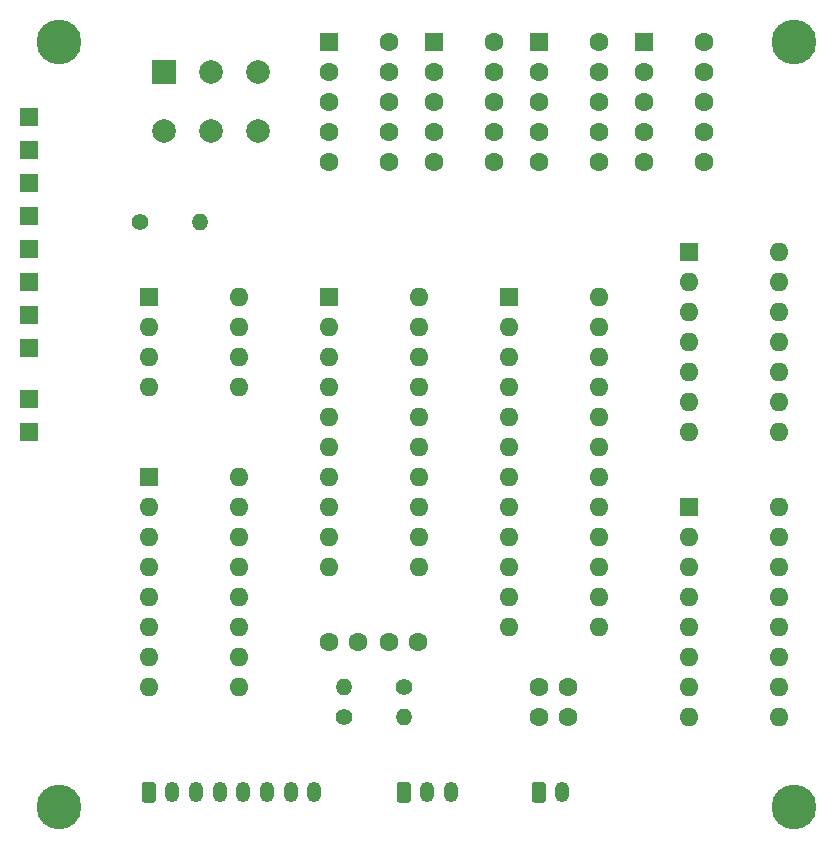
<source format=gbr>
G04 #@! TF.GenerationSoftware,KiCad,Pcbnew,(5.1.2-1)-1*
G04 #@! TF.CreationDate,2019-08-24T15:09:12+10:00*
G04 #@! TF.ProjectId,output-register,6f757470-7574-42d7-9265-676973746572,rev?*
G04 #@! TF.SameCoordinates,Original*
G04 #@! TF.FileFunction,Soldermask,Top*
G04 #@! TF.FilePolarity,Negative*
%FSLAX46Y46*%
G04 Gerber Fmt 4.6, Leading zero omitted, Abs format (unit mm)*
G04 Created by KiCad (PCBNEW (5.1.2-1)-1) date 2019-08-24 15:09:12*
%MOMM*%
%LPD*%
G04 APERTURE LIST*
%ADD10R,1.600000X1.600000*%
%ADD11O,1.600000X1.600000*%
%ADD12C,3.790000*%
%ADD13C,1.600000*%
%ADD14C,0.100000*%
%ADD15C,1.200000*%
%ADD16O,1.200000X1.750000*%
%ADD17C,1.400000*%
%ADD18O,1.400000X1.400000*%
%ADD19R,2.000000X2.000000*%
%ADD20C,2.000000*%
%ADD21R,1.500000X1.500000*%
G04 APERTURE END LIST*
D10*
X167132000Y-84328000D03*
D11*
X174752000Y-99568000D03*
X167132000Y-86868000D03*
X174752000Y-97028000D03*
X167132000Y-89408000D03*
X174752000Y-94488000D03*
X167132000Y-91948000D03*
X174752000Y-91948000D03*
X167132000Y-94488000D03*
X174752000Y-89408000D03*
X167132000Y-97028000D03*
X174752000Y-86868000D03*
X167132000Y-99568000D03*
X174752000Y-84328000D03*
D12*
X176022000Y-131318000D03*
X176022000Y-66548000D03*
X113792000Y-131318000D03*
X113792000Y-66548000D03*
D13*
X139152000Y-117348000D03*
X136652000Y-117348000D03*
X141732000Y-117348000D03*
X144232000Y-117348000D03*
X154432000Y-123698000D03*
X156932000Y-123698000D03*
X156932000Y-121158000D03*
X154432000Y-121158000D03*
D14*
G36*
X121786505Y-129174204D02*
G01*
X121810773Y-129177804D01*
X121834572Y-129183765D01*
X121857671Y-129192030D01*
X121879850Y-129202520D01*
X121900893Y-129215132D01*
X121920599Y-129229747D01*
X121938777Y-129246223D01*
X121955253Y-129264401D01*
X121969868Y-129284107D01*
X121982480Y-129305150D01*
X121992970Y-129327329D01*
X122001235Y-129350428D01*
X122007196Y-129374227D01*
X122010796Y-129398495D01*
X122012000Y-129422999D01*
X122012000Y-130673001D01*
X122010796Y-130697505D01*
X122007196Y-130721773D01*
X122001235Y-130745572D01*
X121992970Y-130768671D01*
X121982480Y-130790850D01*
X121969868Y-130811893D01*
X121955253Y-130831599D01*
X121938777Y-130849777D01*
X121920599Y-130866253D01*
X121900893Y-130880868D01*
X121879850Y-130893480D01*
X121857671Y-130903970D01*
X121834572Y-130912235D01*
X121810773Y-130918196D01*
X121786505Y-130921796D01*
X121762001Y-130923000D01*
X121061999Y-130923000D01*
X121037495Y-130921796D01*
X121013227Y-130918196D01*
X120989428Y-130912235D01*
X120966329Y-130903970D01*
X120944150Y-130893480D01*
X120923107Y-130880868D01*
X120903401Y-130866253D01*
X120885223Y-130849777D01*
X120868747Y-130831599D01*
X120854132Y-130811893D01*
X120841520Y-130790850D01*
X120831030Y-130768671D01*
X120822765Y-130745572D01*
X120816804Y-130721773D01*
X120813204Y-130697505D01*
X120812000Y-130673001D01*
X120812000Y-129422999D01*
X120813204Y-129398495D01*
X120816804Y-129374227D01*
X120822765Y-129350428D01*
X120831030Y-129327329D01*
X120841520Y-129305150D01*
X120854132Y-129284107D01*
X120868747Y-129264401D01*
X120885223Y-129246223D01*
X120903401Y-129229747D01*
X120923107Y-129215132D01*
X120944150Y-129202520D01*
X120966329Y-129192030D01*
X120989428Y-129183765D01*
X121013227Y-129177804D01*
X121037495Y-129174204D01*
X121061999Y-129173000D01*
X121762001Y-129173000D01*
X121786505Y-129174204D01*
X121786505Y-129174204D01*
G37*
D15*
X121412000Y-130048000D03*
D16*
X123412000Y-130048000D03*
X125412000Y-130048000D03*
X127412000Y-130048000D03*
X129412000Y-130048000D03*
X131412000Y-130048000D03*
X133412000Y-130048000D03*
X135412000Y-130048000D03*
D14*
G36*
X154806505Y-129174204D02*
G01*
X154830773Y-129177804D01*
X154854572Y-129183765D01*
X154877671Y-129192030D01*
X154899850Y-129202520D01*
X154920893Y-129215132D01*
X154940599Y-129229747D01*
X154958777Y-129246223D01*
X154975253Y-129264401D01*
X154989868Y-129284107D01*
X155002480Y-129305150D01*
X155012970Y-129327329D01*
X155021235Y-129350428D01*
X155027196Y-129374227D01*
X155030796Y-129398495D01*
X155032000Y-129422999D01*
X155032000Y-130673001D01*
X155030796Y-130697505D01*
X155027196Y-130721773D01*
X155021235Y-130745572D01*
X155012970Y-130768671D01*
X155002480Y-130790850D01*
X154989868Y-130811893D01*
X154975253Y-130831599D01*
X154958777Y-130849777D01*
X154940599Y-130866253D01*
X154920893Y-130880868D01*
X154899850Y-130893480D01*
X154877671Y-130903970D01*
X154854572Y-130912235D01*
X154830773Y-130918196D01*
X154806505Y-130921796D01*
X154782001Y-130923000D01*
X154081999Y-130923000D01*
X154057495Y-130921796D01*
X154033227Y-130918196D01*
X154009428Y-130912235D01*
X153986329Y-130903970D01*
X153964150Y-130893480D01*
X153943107Y-130880868D01*
X153923401Y-130866253D01*
X153905223Y-130849777D01*
X153888747Y-130831599D01*
X153874132Y-130811893D01*
X153861520Y-130790850D01*
X153851030Y-130768671D01*
X153842765Y-130745572D01*
X153836804Y-130721773D01*
X153833204Y-130697505D01*
X153832000Y-130673001D01*
X153832000Y-129422999D01*
X153833204Y-129398495D01*
X153836804Y-129374227D01*
X153842765Y-129350428D01*
X153851030Y-129327329D01*
X153861520Y-129305150D01*
X153874132Y-129284107D01*
X153888747Y-129264401D01*
X153905223Y-129246223D01*
X153923401Y-129229747D01*
X153943107Y-129215132D01*
X153964150Y-129202520D01*
X153986329Y-129192030D01*
X154009428Y-129183765D01*
X154033227Y-129177804D01*
X154057495Y-129174204D01*
X154081999Y-129173000D01*
X154782001Y-129173000D01*
X154806505Y-129174204D01*
X154806505Y-129174204D01*
G37*
D15*
X154432000Y-130048000D03*
D16*
X156432000Y-130048000D03*
D14*
G36*
X143376505Y-129174204D02*
G01*
X143400773Y-129177804D01*
X143424572Y-129183765D01*
X143447671Y-129192030D01*
X143469850Y-129202520D01*
X143490893Y-129215132D01*
X143510599Y-129229747D01*
X143528777Y-129246223D01*
X143545253Y-129264401D01*
X143559868Y-129284107D01*
X143572480Y-129305150D01*
X143582970Y-129327329D01*
X143591235Y-129350428D01*
X143597196Y-129374227D01*
X143600796Y-129398495D01*
X143602000Y-129422999D01*
X143602000Y-130673001D01*
X143600796Y-130697505D01*
X143597196Y-130721773D01*
X143591235Y-130745572D01*
X143582970Y-130768671D01*
X143572480Y-130790850D01*
X143559868Y-130811893D01*
X143545253Y-130831599D01*
X143528777Y-130849777D01*
X143510599Y-130866253D01*
X143490893Y-130880868D01*
X143469850Y-130893480D01*
X143447671Y-130903970D01*
X143424572Y-130912235D01*
X143400773Y-130918196D01*
X143376505Y-130921796D01*
X143352001Y-130923000D01*
X142651999Y-130923000D01*
X142627495Y-130921796D01*
X142603227Y-130918196D01*
X142579428Y-130912235D01*
X142556329Y-130903970D01*
X142534150Y-130893480D01*
X142513107Y-130880868D01*
X142493401Y-130866253D01*
X142475223Y-130849777D01*
X142458747Y-130831599D01*
X142444132Y-130811893D01*
X142431520Y-130790850D01*
X142421030Y-130768671D01*
X142412765Y-130745572D01*
X142406804Y-130721773D01*
X142403204Y-130697505D01*
X142402000Y-130673001D01*
X142402000Y-129422999D01*
X142403204Y-129398495D01*
X142406804Y-129374227D01*
X142412765Y-129350428D01*
X142421030Y-129327329D01*
X142431520Y-129305150D01*
X142444132Y-129284107D01*
X142458747Y-129264401D01*
X142475223Y-129246223D01*
X142493401Y-129229747D01*
X142513107Y-129215132D01*
X142534150Y-129202520D01*
X142556329Y-129192030D01*
X142579428Y-129183765D01*
X142603227Y-129177804D01*
X142627495Y-129174204D01*
X142651999Y-129173000D01*
X143352001Y-129173000D01*
X143376505Y-129174204D01*
X143376505Y-129174204D01*
G37*
D15*
X143002000Y-130048000D03*
D16*
X145002000Y-130048000D03*
X147002000Y-130048000D03*
D17*
X120650000Y-81788000D03*
D18*
X125730000Y-81788000D03*
D17*
X143002000Y-121158000D03*
D18*
X137922000Y-121158000D03*
X143002000Y-123698000D03*
D17*
X137922000Y-123698000D03*
D19*
X122682000Y-69088000D03*
D20*
X126682000Y-69088000D03*
X130682000Y-69088000D03*
X122682000Y-74088000D03*
X126682000Y-74088000D03*
X130682000Y-74088000D03*
D21*
X111252000Y-92456000D03*
X111252000Y-89662000D03*
X111252000Y-86868000D03*
X111252000Y-84074000D03*
X111252000Y-81280000D03*
X111252000Y-78486000D03*
X111252000Y-75692000D03*
X111252000Y-72898000D03*
X111252000Y-96774000D03*
X111252000Y-99568000D03*
D10*
X121412000Y-88138000D03*
D11*
X129032000Y-95758000D03*
X121412000Y-90678000D03*
X129032000Y-93218000D03*
X121412000Y-93218000D03*
X129032000Y-90678000D03*
X121412000Y-95758000D03*
X129032000Y-88138000D03*
D10*
X136652000Y-88138000D03*
D11*
X144272000Y-110998000D03*
X136652000Y-90678000D03*
X144272000Y-108458000D03*
X136652000Y-93218000D03*
X144272000Y-105918000D03*
X136652000Y-95758000D03*
X144272000Y-103378000D03*
X136652000Y-98298000D03*
X144272000Y-100838000D03*
X136652000Y-100838000D03*
X144272000Y-98298000D03*
X136652000Y-103378000D03*
X144272000Y-95758000D03*
X136652000Y-105918000D03*
X144272000Y-93218000D03*
X136652000Y-108458000D03*
X144272000Y-90678000D03*
X136652000Y-110998000D03*
X144272000Y-88138000D03*
X129032000Y-103378000D03*
X121412000Y-121158000D03*
X129032000Y-105918000D03*
X121412000Y-118618000D03*
X129032000Y-108458000D03*
X121412000Y-116078000D03*
X129032000Y-110998000D03*
X121412000Y-113538000D03*
X129032000Y-113538000D03*
X121412000Y-110998000D03*
X129032000Y-116078000D03*
X121412000Y-108458000D03*
X129032000Y-118618000D03*
X121412000Y-105918000D03*
X129032000Y-121158000D03*
D10*
X121412000Y-103378000D03*
X151892000Y-88138000D03*
D11*
X159512000Y-116078000D03*
X151892000Y-90678000D03*
X159512000Y-113538000D03*
X151892000Y-93218000D03*
X159512000Y-110998000D03*
X151892000Y-95758000D03*
X159512000Y-108458000D03*
X151892000Y-98298000D03*
X159512000Y-105918000D03*
X151892000Y-100838000D03*
X159512000Y-103378000D03*
X151892000Y-103378000D03*
X159512000Y-100838000D03*
X151892000Y-105918000D03*
X159512000Y-98298000D03*
X151892000Y-108458000D03*
X159512000Y-95758000D03*
X151892000Y-110998000D03*
X159512000Y-93218000D03*
X151892000Y-113538000D03*
X159512000Y-90678000D03*
X151892000Y-116078000D03*
X159512000Y-88138000D03*
D10*
X167132000Y-105918000D03*
D11*
X174752000Y-123698000D03*
X167132000Y-108458000D03*
X174752000Y-121158000D03*
X167132000Y-110998000D03*
X174752000Y-118618000D03*
X167132000Y-113538000D03*
X174752000Y-116078000D03*
X167132000Y-116078000D03*
X174752000Y-113538000D03*
X167132000Y-118618000D03*
X174752000Y-110998000D03*
X167132000Y-121158000D03*
X174752000Y-108458000D03*
X167132000Y-123698000D03*
X174752000Y-105918000D03*
D13*
X141732000Y-66548000D03*
X141732000Y-69088000D03*
X141732000Y-71628000D03*
X141732000Y-74168000D03*
X141732000Y-76708000D03*
X136652000Y-76708000D03*
X136652000Y-74168000D03*
X136652000Y-71628000D03*
X136652000Y-69088000D03*
D10*
X136652000Y-66548000D03*
X145542000Y-66548000D03*
D13*
X145542000Y-69088000D03*
X145542000Y-71628000D03*
X145542000Y-74168000D03*
X145542000Y-76708000D03*
X150622000Y-76708000D03*
X150622000Y-74168000D03*
X150622000Y-71628000D03*
X150622000Y-69088000D03*
X150622000Y-66548000D03*
X159512000Y-66548000D03*
X159512000Y-69088000D03*
X159512000Y-71628000D03*
X159512000Y-74168000D03*
X159512000Y-76708000D03*
X154432000Y-76708000D03*
X154432000Y-74168000D03*
X154432000Y-71628000D03*
X154432000Y-69088000D03*
D10*
X154432000Y-66548000D03*
X163322000Y-66548000D03*
D13*
X163322000Y-69088000D03*
X163322000Y-71628000D03*
X163322000Y-74168000D03*
X163322000Y-76708000D03*
X168402000Y-76708000D03*
X168402000Y-74168000D03*
X168402000Y-71628000D03*
X168402000Y-69088000D03*
X168402000Y-66548000D03*
M02*

</source>
